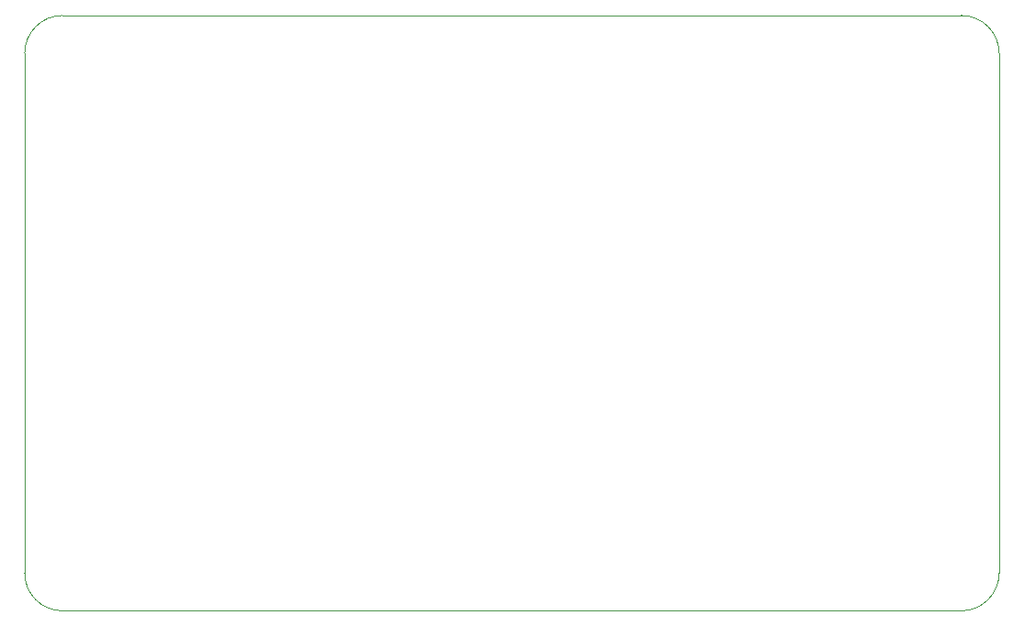
<source format=gbr>
%TF.GenerationSoftware,KiCad,Pcbnew,6.0.7*%
%TF.CreationDate,2023-10-05T16:11:41+13:00*%
%TF.ProjectId,_bisect_,5f626973-6563-4745-9f2e-6b696361645f,rev?*%
%TF.SameCoordinates,Original*%
%TF.FileFunction,Profile,NP*%
%FSLAX46Y46*%
G04 Gerber Fmt 4.6, Leading zero omitted, Abs format (unit mm)*
G04 Created by KiCad (PCBNEW 6.0.7) date 2023-10-05 16:11:41*
%MOMM*%
%LPD*%
G01*
G04 APERTURE LIST*
%TA.AperFunction,Profile*%
%ADD10C,0.050000*%
%TD*%
G04 APERTURE END LIST*
D10*
X100000000Y-101500000D02*
X100000000Y-53500000D01*
X186500000Y-105000000D02*
G75*
G03*
X190000000Y-101500000I0J3500000D01*
G01*
X100000000Y-101500000D02*
G75*
G03*
X103500000Y-105000000I3500000J0D01*
G01*
X103500000Y-50000000D02*
G75*
G03*
X100000000Y-53500000I0J-3500000D01*
G01*
X186500000Y-105000000D02*
X103500000Y-105000000D01*
X103500000Y-50000000D02*
X186500000Y-50000000D01*
X190000000Y-53500000D02*
G75*
G03*
X186500000Y-50000000I-3500000J0D01*
G01*
X190000000Y-53500000D02*
X190000000Y-101500000D01*
M02*

</source>
